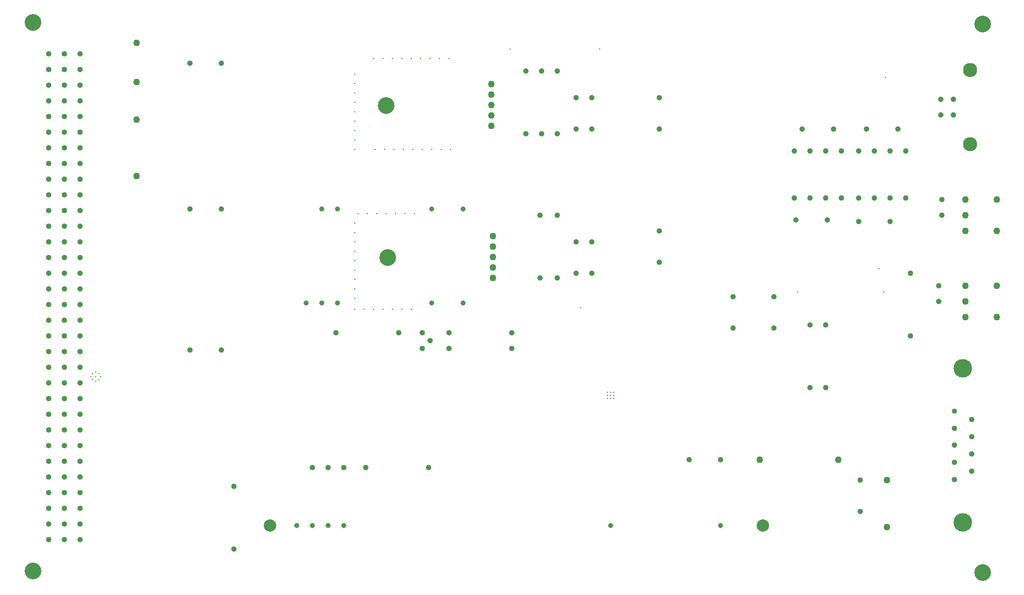
<source format=gbr>
G04 Generated by Ultiboard *
%FSLAX25Y25*%
%MOIN*%

%ADD10C,0.00984*%
%ADD11C,0.03500*%
%ADD12C,0.10630*%
%ADD13C,0.04333*%
%ADD14C,0.03150*%
%ADD15C,0.07874*%
%ADD16C,0.04331*%
%ADD17C,0.03333*%
%ADD18C,0.11833*%
%ADD19C,0.03543*%
%ADD20C,0.09055*%


%LNDrill-Copper Top-Copper Bottom*%
%LPD*%
%FSLAX25Y25*%
%MOIN*%
G54D10*
X253000Y291000D03*
X252000Y349000D03*
X252000Y189000D03*
X218000Y250000D03*
X248000Y250000D03*
X230000Y250000D03*
X224000Y250000D03*
X242000Y250000D03*
X236000Y250000D03*
X49000Y148000D03*
X49000Y144000D03*
X48000Y146000D03*
X51000Y143000D03*
X53000Y148000D03*
X53000Y144000D03*
X51000Y146000D03*
X51000Y149000D03*
X54000Y146000D03*
X216000Y189000D03*
X246000Y189000D03*
X240000Y189000D03*
X234000Y189000D03*
X228000Y189000D03*
X222000Y189000D03*
X216000Y220000D03*
X216000Y202000D03*
X216000Y196000D03*
X216000Y214000D03*
X216000Y208000D03*
X216000Y238000D03*
X216000Y232000D03*
X216000Y226000D03*
X216000Y244000D03*
X216000Y315000D03*
X216000Y297000D03*
X216000Y291000D03*
X216000Y303000D03*
X216000Y309000D03*
X235000Y291000D03*
X229000Y291000D03*
X247000Y291000D03*
X241000Y291000D03*
X216000Y321000D03*
X216000Y327000D03*
X216000Y333000D03*
X216000Y339000D03*
X234000Y349000D03*
X228000Y349000D03*
X240000Y349000D03*
X246000Y349000D03*
X254000Y250000D03*
X379000Y134000D03*
X377000Y134000D03*
X379000Y132000D03*
X379000Y136000D03*
X377000Y136000D03*
X377000Y132000D03*
X360000Y190000D03*
X381000Y134000D03*
X381000Y132000D03*
X381000Y136000D03*
X498000Y200000D03*
X315000Y355000D03*
X265000Y291000D03*
X259000Y291000D03*
X271000Y291000D03*
X277000Y291000D03*
X264000Y349000D03*
X258000Y349000D03*
X270000Y349000D03*
X276000Y349000D03*
X372000Y355000D03*
X550000Y215000D03*
X553000Y200000D03*
X554000Y337000D03*
G54D11*
X21000Y252000D03*
X31000Y252000D03*
X41000Y252000D03*
X41000Y122000D03*
X21000Y122000D03*
X31000Y122000D03*
X21000Y62000D03*
X31000Y62000D03*
X41000Y62000D03*
X31000Y52000D03*
X31000Y42000D03*
X21000Y42000D03*
X21000Y52000D03*
X41000Y42000D03*
X41000Y52000D03*
X31000Y102000D03*
X31000Y92000D03*
X31000Y112000D03*
X31000Y72000D03*
X31000Y82000D03*
X21000Y92000D03*
X21000Y82000D03*
X21000Y72000D03*
X21000Y112000D03*
X21000Y102000D03*
X41000Y92000D03*
X41000Y82000D03*
X41000Y72000D03*
X41000Y112000D03*
X41000Y102000D03*
X21000Y192000D03*
X31000Y192000D03*
X41000Y192000D03*
X31000Y132000D03*
X31000Y142000D03*
X31000Y162000D03*
X31000Y152000D03*
X31000Y172000D03*
X31000Y182000D03*
X21000Y142000D03*
X21000Y132000D03*
X21000Y152000D03*
X21000Y172000D03*
X21000Y162000D03*
X21000Y182000D03*
X41000Y142000D03*
X41000Y132000D03*
X41000Y152000D03*
X41000Y172000D03*
X41000Y162000D03*
X41000Y182000D03*
X31000Y232000D03*
X31000Y222000D03*
X31000Y202000D03*
X31000Y212000D03*
X31000Y242000D03*
X21000Y222000D03*
X21000Y202000D03*
X21000Y212000D03*
X21000Y232000D03*
X21000Y242000D03*
X41000Y222000D03*
X41000Y202000D03*
X41000Y212000D03*
X41000Y232000D03*
X41000Y242000D03*
X21000Y312000D03*
X41000Y312000D03*
X31000Y312000D03*
X31000Y262000D03*
X31000Y282000D03*
X31000Y272000D03*
X31000Y302000D03*
X31000Y292000D03*
X21000Y282000D03*
X21000Y262000D03*
X21000Y272000D03*
X21000Y302000D03*
X21000Y292000D03*
X41000Y282000D03*
X41000Y262000D03*
X41000Y272000D03*
X41000Y302000D03*
X41000Y292000D03*
X31000Y352000D03*
X31000Y332000D03*
X31000Y322000D03*
X31000Y342000D03*
X21000Y332000D03*
X21000Y322000D03*
X21000Y342000D03*
X21000Y352000D03*
X41000Y332000D03*
X41000Y322000D03*
X41000Y342000D03*
X41000Y352000D03*
X506000Y260000D03*
X506000Y290000D03*
X496000Y260000D03*
X496000Y290000D03*
X516000Y260000D03*
X526000Y260000D03*
X516000Y290000D03*
X526000Y290000D03*
X501000Y304000D03*
X521000Y304000D03*
X497000Y246000D03*
X517000Y246000D03*
X506000Y139000D03*
X506000Y179000D03*
X259000Y174000D03*
X259000Y164000D03*
X264000Y169000D03*
X223000Y88000D03*
X263000Y88000D03*
X111000Y253000D03*
X131000Y253000D03*
X111000Y163000D03*
X131000Y163000D03*
X189000Y88000D03*
X199000Y88000D03*
X209000Y88000D03*
X139000Y36000D03*
X139000Y76000D03*
X204000Y174000D03*
X244000Y174000D03*
X111000Y346000D03*
X131000Y346000D03*
X334000Y249000D03*
X334000Y209000D03*
X345000Y249000D03*
X345000Y209000D03*
X410000Y219000D03*
X410000Y239000D03*
X316000Y174000D03*
X276000Y174000D03*
X316000Y164000D03*
X276000Y164000D03*
X357000Y212000D03*
X357000Y232000D03*
X367000Y212000D03*
X367000Y232000D03*
X429000Y93000D03*
X449000Y93000D03*
X457000Y177000D03*
X457000Y197000D03*
X483000Y177000D03*
X483000Y197000D03*
X367000Y304000D03*
X367000Y324000D03*
X345000Y301000D03*
X345000Y341000D03*
X335000Y301000D03*
X335000Y341000D03*
X325000Y301000D03*
X325000Y341000D03*
X357000Y304000D03*
X357000Y324000D03*
X410000Y304000D03*
X410000Y324000D03*
X537000Y245000D03*
X557000Y245000D03*
X590000Y249000D03*
X590000Y259000D03*
X598000Y113083D03*
X598000Y102167D03*
X598000Y80333D03*
X598000Y91250D03*
X609167Y96667D03*
X609167Y85750D03*
X609167Y107583D03*
X609167Y118500D03*
X538000Y60000D03*
X538000Y80000D03*
X570000Y172000D03*
X570000Y212000D03*
X516000Y139000D03*
X516000Y179000D03*
X588000Y204000D03*
X588000Y194000D03*
X567000Y260000D03*
X567000Y290000D03*
X537000Y260000D03*
X537000Y290000D03*
X547000Y260000D03*
X557000Y260000D03*
X547000Y290000D03*
X557000Y290000D03*
X542000Y304000D03*
X562000Y304000D03*
G54D12*
X11000Y22000D03*
X11000Y372000D03*
X237000Y222000D03*
X236000Y319000D03*
X616000Y21000D03*
X616000Y371000D03*
G54D13*
X474000Y93000D03*
X524000Y93000D03*
X77000Y310000D03*
X77000Y274000D03*
X77000Y334000D03*
X77000Y359000D03*
X555000Y80000D03*
X555000Y50000D03*
G54D14*
X189000Y51000D03*
X179000Y51000D03*
X199000Y51000D03*
X209000Y51000D03*
X379000Y51000D03*
X449000Y51000D03*
X205000Y253000D03*
X195000Y253000D03*
X185000Y193000D03*
X205000Y193000D03*
X195000Y193000D03*
X265000Y253000D03*
X285000Y253000D03*
X285000Y193000D03*
X265000Y193000D03*
G54D15*
X162000Y51000D03*
X476000Y51000D03*
G54D16*
X304000Y222386D03*
X304000Y215693D03*
X304000Y209000D03*
X304000Y235772D03*
X304000Y229079D03*
X303000Y312693D03*
X303000Y306000D03*
X303000Y332772D03*
X303000Y319386D03*
X303000Y326079D03*
X605000Y249000D03*
X605000Y239000D03*
X625000Y239000D03*
X605000Y259000D03*
X625000Y259000D03*
X605000Y184000D03*
X625000Y184000D03*
X605000Y204000D03*
X605000Y194000D03*
X625000Y204000D03*
G54D17*
X598000Y124000D03*
G54D18*
X603583Y53000D03*
X603583Y151417D03*
G54D19*
X597370Y313079D03*
X589496Y313079D03*
X597370Y322921D03*
X589496Y322921D03*
G54D20*
X608000Y294378D03*
X608000Y341622D03*

M00*

</source>
